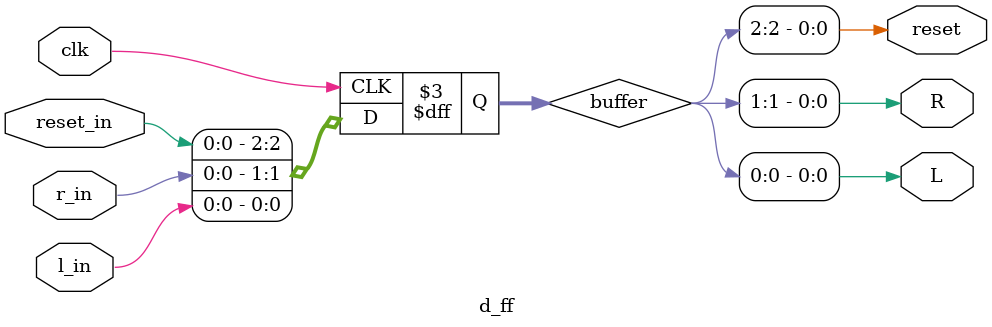
<source format=sv>
module d_ff (
	input logic clk, l_in, r_in, reset_in,
	output logic L, R, reset
	);
	
	// {l, r, reset}
	logic [2:0] buffer;
	
	always_comb begin
		L = buffer[0];
		R = buffer[1];
		reset = buffer[2];
	end
	
	always_ff @(posedge clk) begin
		buffer <= {reset_in, r_in, l_in};
	end

endmodule	// d_ff
</source>
